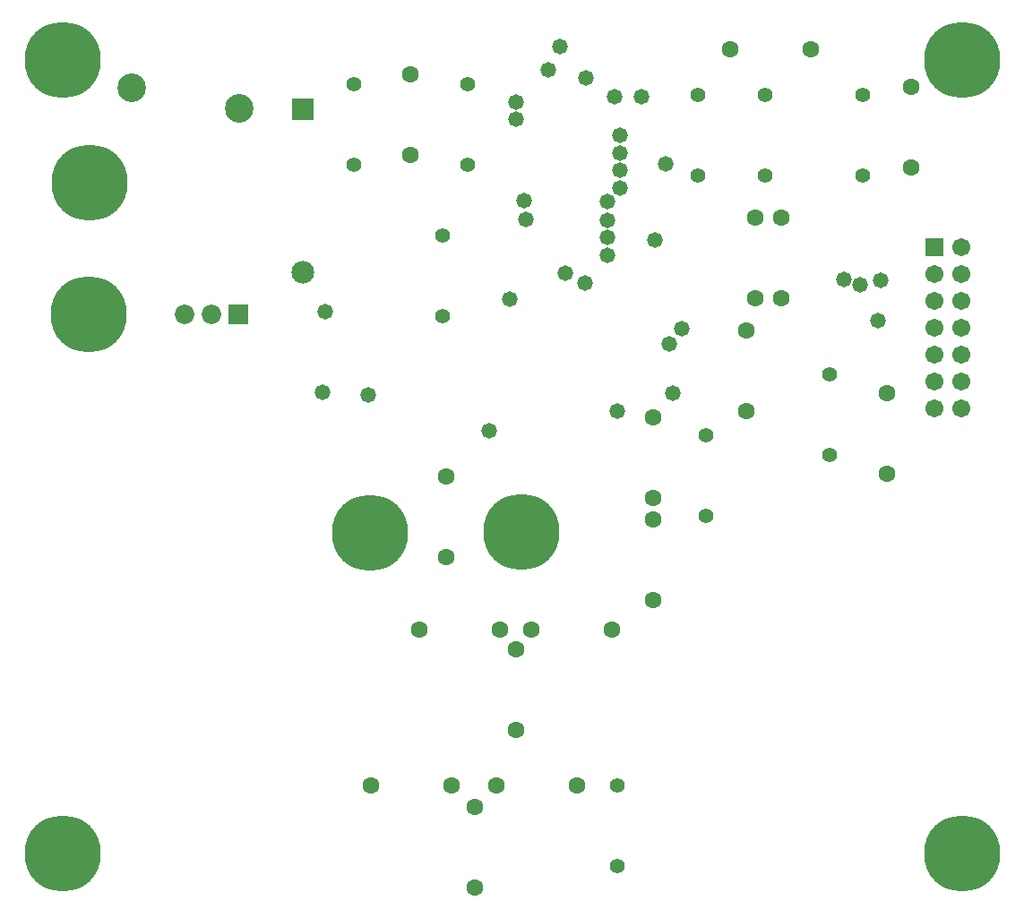
<source format=gbs>
G04*
G04 #@! TF.GenerationSoftware,Altium Limited,Altium Designer,25.3.3 (18)*
G04*
G04 Layer_Color=16711935*
%FSLAX26Y26*%
%MOIN*%
G70*
G04*
G04 #@! TF.SameCoordinates,14895927-405C-4533-9FDA-7E114B43C09E*
G04*
G04*
G04 #@! TF.FilePolarity,Negative*
G04*
G01*
G75*
%ADD26C,0.283591*%
%ADD27C,0.055244*%
%ADD28R,0.072441X0.072441*%
%ADD29C,0.072441*%
%ADD30C,0.084378*%
%ADD31R,0.084378X0.084378*%
%ADD32C,0.063118*%
%ADD33C,0.067055*%
%ADD34R,0.067055X0.067055*%
%ADD35C,0.106425*%
%ADD36C,0.058000*%
D26*
X196850Y3150047D02*
D03*
X3543307D02*
D03*
Y197291D02*
D03*
X196850Y196850D02*
D03*
X1340000Y1390000D02*
D03*
X295000Y2205000D02*
D03*
X296369Y2694094D02*
D03*
X1905000Y1395000D02*
D03*
D27*
X3050000Y1680000D02*
D03*
Y1980000D02*
D03*
X1611891Y2196892D02*
D03*
Y2496892D02*
D03*
X3175000Y2720000D02*
D03*
Y3020000D02*
D03*
X1280000Y2760000D02*
D03*
Y3060000D02*
D03*
X1705000D02*
D03*
Y2760000D02*
D03*
X2560000Y2720000D02*
D03*
Y3020000D02*
D03*
X2589504Y1454438D02*
D03*
Y1754438D02*
D03*
X2810000Y2720000D02*
D03*
Y3020000D02*
D03*
X2260000Y150000D02*
D03*
Y450000D02*
D03*
D28*
X850000Y2205000D02*
D03*
D29*
X750000D02*
D03*
X650000D02*
D03*
D30*
X1090000Y2361260D02*
D03*
D31*
Y2968740D02*
D03*
D32*
X2394504Y1139438D02*
D03*
Y1439438D02*
D03*
X2740000Y1845000D02*
D03*
Y2145000D02*
D03*
X3265000Y1610000D02*
D03*
Y1910000D02*
D03*
X2110000Y450000D02*
D03*
X1810000D02*
D03*
X1625000Y1300000D02*
D03*
Y1600000D02*
D03*
X2240000Y1032055D02*
D03*
X1940000D02*
D03*
X2980000Y3190000D02*
D03*
X2680000D02*
D03*
X2775000Y2565000D02*
D03*
Y2265000D02*
D03*
X2870000D02*
D03*
Y2565000D02*
D03*
X3355000Y2750000D02*
D03*
Y3050000D02*
D03*
X1490591Y3095839D02*
D03*
Y2795839D02*
D03*
X1730000Y70000D02*
D03*
Y370000D02*
D03*
X1345000Y450000D02*
D03*
X1645000D02*
D03*
X1525000Y1032055D02*
D03*
X1825000D02*
D03*
X1883819Y656559D02*
D03*
Y956559D02*
D03*
X2394504Y1819438D02*
D03*
Y1519438D02*
D03*
D33*
X3540000Y1855000D02*
D03*
X3440000D02*
D03*
X3540000Y1955000D02*
D03*
X3440000D02*
D03*
X3540000Y2055000D02*
D03*
X3440000D02*
D03*
X3540000Y2155000D02*
D03*
X3440000D02*
D03*
X3540000Y2255000D02*
D03*
X3440000D02*
D03*
X3540000Y2355000D02*
D03*
X3440000D02*
D03*
X3540000Y2455000D02*
D03*
D34*
X3440000D02*
D03*
D35*
X453424Y3048740D02*
D03*
X855000Y2970000D02*
D03*
D36*
X3240757Y2329243D02*
D03*
X2046449Y3201634D02*
D03*
X3105000Y2335000D02*
D03*
X2455000Y2094000D02*
D03*
X1335000Y1905000D02*
D03*
X1165000Y1915000D02*
D03*
X1175000Y2215000D02*
D03*
X2068326Y2356326D02*
D03*
X1920581Y2557703D02*
D03*
X1915000Y2628000D02*
D03*
X2225000Y2490000D02*
D03*
Y2625000D02*
D03*
Y2555000D02*
D03*
X2225745Y2425142D02*
D03*
X2270000Y2675000D02*
D03*
X2140000Y2320000D02*
D03*
X1860000Y2260000D02*
D03*
X3229458Y2181000D02*
D03*
X2145855Y3084921D02*
D03*
X2270000Y2870000D02*
D03*
X2466547Y1911985D02*
D03*
X2270000Y2740000D02*
D03*
X2259504Y1844438D02*
D03*
X2440407Y2764843D02*
D03*
X1785000Y1770000D02*
D03*
X2270262Y2803368D02*
D03*
X2500000Y2150000D02*
D03*
X2350000Y3015000D02*
D03*
X1885000Y2930000D02*
D03*
X2250000Y3015000D02*
D03*
X2005000Y3115000D02*
D03*
X2400407Y2480000D02*
D03*
X3165000Y2315000D02*
D03*
X1885000Y2995000D02*
D03*
M02*

</source>
